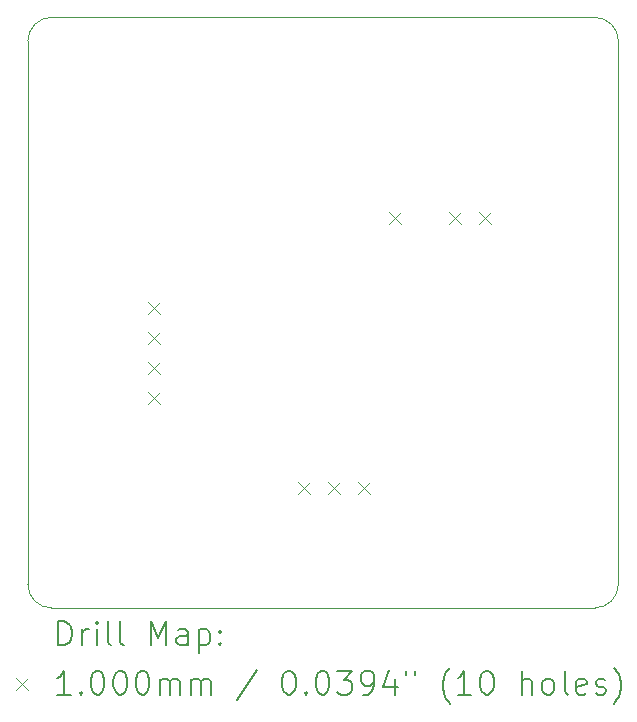
<source format=gbr>
%TF.GenerationSoftware,KiCad,Pcbnew,8.0.6*%
%TF.CreationDate,2024-12-20T03:38:10-05:00*%
%TF.ProjectId,MAX5719_breakout,4d415835-3731-4395-9f62-7265616b6f75,rev?*%
%TF.SameCoordinates,Original*%
%TF.FileFunction,Drillmap*%
%TF.FilePolarity,Positive*%
%FSLAX45Y45*%
G04 Gerber Fmt 4.5, Leading zero omitted, Abs format (unit mm)*
G04 Created by KiCad (PCBNEW 8.0.6) date 2024-12-20 03:38:10*
%MOMM*%
%LPD*%
G01*
G04 APERTURE LIST*
%ADD10C,0.050000*%
%ADD11C,0.200000*%
%ADD12C,0.100000*%
G04 APERTURE END LIST*
D10*
X18375000Y-13400000D02*
G75*
G02*
X18175000Y-13600000I-200000J0D01*
G01*
X13375000Y-8800000D02*
G75*
G02*
X13575000Y-8600000I200000J0D01*
G01*
X18375000Y-13400000D02*
X18375000Y-8800000D01*
X18175000Y-8600000D02*
G75*
G02*
X18375000Y-8800000I0J-200000D01*
G01*
X13575000Y-13600000D02*
X18175000Y-13600000D01*
X13575000Y-8600000D02*
X18175000Y-8600000D01*
X13375000Y-13400000D02*
X13375000Y-8800000D01*
X13575000Y-13600000D02*
G75*
G02*
X13375000Y-13400000I0J200000D01*
G01*
D11*
D12*
X14389900Y-11011700D02*
X14489900Y-11111700D01*
X14489900Y-11011700D02*
X14389900Y-11111700D01*
X14389900Y-11265700D02*
X14489900Y-11365700D01*
X14489900Y-11265700D02*
X14389900Y-11365700D01*
X14389900Y-11519700D02*
X14489900Y-11619700D01*
X14489900Y-11519700D02*
X14389900Y-11619700D01*
X14389900Y-11773700D02*
X14489900Y-11873700D01*
X14489900Y-11773700D02*
X14389900Y-11873700D01*
X15659900Y-12535700D02*
X15759900Y-12635700D01*
X15759900Y-12535700D02*
X15659900Y-12635700D01*
X15913900Y-12535700D02*
X16013900Y-12635700D01*
X16013900Y-12535700D02*
X15913900Y-12635700D01*
X16167900Y-12535700D02*
X16267900Y-12635700D01*
X16267900Y-12535700D02*
X16167900Y-12635700D01*
X16432000Y-10251000D02*
X16532000Y-10351000D01*
X16532000Y-10251000D02*
X16432000Y-10351000D01*
X16940000Y-10251000D02*
X17040000Y-10351000D01*
X17040000Y-10251000D02*
X16940000Y-10351000D01*
X17194000Y-10251000D02*
X17294000Y-10351000D01*
X17294000Y-10251000D02*
X17194000Y-10351000D01*
D11*
X13633277Y-13913984D02*
X13633277Y-13713984D01*
X13633277Y-13713984D02*
X13680896Y-13713984D01*
X13680896Y-13713984D02*
X13709467Y-13723508D01*
X13709467Y-13723508D02*
X13728515Y-13742555D01*
X13728515Y-13742555D02*
X13738039Y-13761603D01*
X13738039Y-13761603D02*
X13747562Y-13799698D01*
X13747562Y-13799698D02*
X13747562Y-13828269D01*
X13747562Y-13828269D02*
X13738039Y-13866365D01*
X13738039Y-13866365D02*
X13728515Y-13885412D01*
X13728515Y-13885412D02*
X13709467Y-13904460D01*
X13709467Y-13904460D02*
X13680896Y-13913984D01*
X13680896Y-13913984D02*
X13633277Y-13913984D01*
X13833277Y-13913984D02*
X13833277Y-13780650D01*
X13833277Y-13818746D02*
X13842801Y-13799698D01*
X13842801Y-13799698D02*
X13852324Y-13790174D01*
X13852324Y-13790174D02*
X13871372Y-13780650D01*
X13871372Y-13780650D02*
X13890420Y-13780650D01*
X13957086Y-13913984D02*
X13957086Y-13780650D01*
X13957086Y-13713984D02*
X13947562Y-13723508D01*
X13947562Y-13723508D02*
X13957086Y-13733031D01*
X13957086Y-13733031D02*
X13966610Y-13723508D01*
X13966610Y-13723508D02*
X13957086Y-13713984D01*
X13957086Y-13713984D02*
X13957086Y-13733031D01*
X14080896Y-13913984D02*
X14061848Y-13904460D01*
X14061848Y-13904460D02*
X14052324Y-13885412D01*
X14052324Y-13885412D02*
X14052324Y-13713984D01*
X14185658Y-13913984D02*
X14166610Y-13904460D01*
X14166610Y-13904460D02*
X14157086Y-13885412D01*
X14157086Y-13885412D02*
X14157086Y-13713984D01*
X14414229Y-13913984D02*
X14414229Y-13713984D01*
X14414229Y-13713984D02*
X14480896Y-13856841D01*
X14480896Y-13856841D02*
X14547562Y-13713984D01*
X14547562Y-13713984D02*
X14547562Y-13913984D01*
X14728515Y-13913984D02*
X14728515Y-13809222D01*
X14728515Y-13809222D02*
X14718991Y-13790174D01*
X14718991Y-13790174D02*
X14699943Y-13780650D01*
X14699943Y-13780650D02*
X14661848Y-13780650D01*
X14661848Y-13780650D02*
X14642801Y-13790174D01*
X14728515Y-13904460D02*
X14709467Y-13913984D01*
X14709467Y-13913984D02*
X14661848Y-13913984D01*
X14661848Y-13913984D02*
X14642801Y-13904460D01*
X14642801Y-13904460D02*
X14633277Y-13885412D01*
X14633277Y-13885412D02*
X14633277Y-13866365D01*
X14633277Y-13866365D02*
X14642801Y-13847317D01*
X14642801Y-13847317D02*
X14661848Y-13837793D01*
X14661848Y-13837793D02*
X14709467Y-13837793D01*
X14709467Y-13837793D02*
X14728515Y-13828269D01*
X14823753Y-13780650D02*
X14823753Y-13980650D01*
X14823753Y-13790174D02*
X14842801Y-13780650D01*
X14842801Y-13780650D02*
X14880896Y-13780650D01*
X14880896Y-13780650D02*
X14899943Y-13790174D01*
X14899943Y-13790174D02*
X14909467Y-13799698D01*
X14909467Y-13799698D02*
X14918991Y-13818746D01*
X14918991Y-13818746D02*
X14918991Y-13875888D01*
X14918991Y-13875888D02*
X14909467Y-13894936D01*
X14909467Y-13894936D02*
X14899943Y-13904460D01*
X14899943Y-13904460D02*
X14880896Y-13913984D01*
X14880896Y-13913984D02*
X14842801Y-13913984D01*
X14842801Y-13913984D02*
X14823753Y-13904460D01*
X15004705Y-13894936D02*
X15014229Y-13904460D01*
X15014229Y-13904460D02*
X15004705Y-13913984D01*
X15004705Y-13913984D02*
X14995182Y-13904460D01*
X14995182Y-13904460D02*
X15004705Y-13894936D01*
X15004705Y-13894936D02*
X15004705Y-13913984D01*
X15004705Y-13790174D02*
X15014229Y-13799698D01*
X15014229Y-13799698D02*
X15004705Y-13809222D01*
X15004705Y-13809222D02*
X14995182Y-13799698D01*
X14995182Y-13799698D02*
X15004705Y-13790174D01*
X15004705Y-13790174D02*
X15004705Y-13809222D01*
D12*
X13272500Y-14192500D02*
X13372500Y-14292500D01*
X13372500Y-14192500D02*
X13272500Y-14292500D01*
D11*
X13738039Y-14333984D02*
X13623753Y-14333984D01*
X13680896Y-14333984D02*
X13680896Y-14133984D01*
X13680896Y-14133984D02*
X13661848Y-14162555D01*
X13661848Y-14162555D02*
X13642801Y-14181603D01*
X13642801Y-14181603D02*
X13623753Y-14191127D01*
X13823753Y-14314936D02*
X13833277Y-14324460D01*
X13833277Y-14324460D02*
X13823753Y-14333984D01*
X13823753Y-14333984D02*
X13814229Y-14324460D01*
X13814229Y-14324460D02*
X13823753Y-14314936D01*
X13823753Y-14314936D02*
X13823753Y-14333984D01*
X13957086Y-14133984D02*
X13976134Y-14133984D01*
X13976134Y-14133984D02*
X13995182Y-14143508D01*
X13995182Y-14143508D02*
X14004705Y-14153031D01*
X14004705Y-14153031D02*
X14014229Y-14172079D01*
X14014229Y-14172079D02*
X14023753Y-14210174D01*
X14023753Y-14210174D02*
X14023753Y-14257793D01*
X14023753Y-14257793D02*
X14014229Y-14295888D01*
X14014229Y-14295888D02*
X14004705Y-14314936D01*
X14004705Y-14314936D02*
X13995182Y-14324460D01*
X13995182Y-14324460D02*
X13976134Y-14333984D01*
X13976134Y-14333984D02*
X13957086Y-14333984D01*
X13957086Y-14333984D02*
X13938039Y-14324460D01*
X13938039Y-14324460D02*
X13928515Y-14314936D01*
X13928515Y-14314936D02*
X13918991Y-14295888D01*
X13918991Y-14295888D02*
X13909467Y-14257793D01*
X13909467Y-14257793D02*
X13909467Y-14210174D01*
X13909467Y-14210174D02*
X13918991Y-14172079D01*
X13918991Y-14172079D02*
X13928515Y-14153031D01*
X13928515Y-14153031D02*
X13938039Y-14143508D01*
X13938039Y-14143508D02*
X13957086Y-14133984D01*
X14147562Y-14133984D02*
X14166610Y-14133984D01*
X14166610Y-14133984D02*
X14185658Y-14143508D01*
X14185658Y-14143508D02*
X14195182Y-14153031D01*
X14195182Y-14153031D02*
X14204705Y-14172079D01*
X14204705Y-14172079D02*
X14214229Y-14210174D01*
X14214229Y-14210174D02*
X14214229Y-14257793D01*
X14214229Y-14257793D02*
X14204705Y-14295888D01*
X14204705Y-14295888D02*
X14195182Y-14314936D01*
X14195182Y-14314936D02*
X14185658Y-14324460D01*
X14185658Y-14324460D02*
X14166610Y-14333984D01*
X14166610Y-14333984D02*
X14147562Y-14333984D01*
X14147562Y-14333984D02*
X14128515Y-14324460D01*
X14128515Y-14324460D02*
X14118991Y-14314936D01*
X14118991Y-14314936D02*
X14109467Y-14295888D01*
X14109467Y-14295888D02*
X14099943Y-14257793D01*
X14099943Y-14257793D02*
X14099943Y-14210174D01*
X14099943Y-14210174D02*
X14109467Y-14172079D01*
X14109467Y-14172079D02*
X14118991Y-14153031D01*
X14118991Y-14153031D02*
X14128515Y-14143508D01*
X14128515Y-14143508D02*
X14147562Y-14133984D01*
X14338039Y-14133984D02*
X14357086Y-14133984D01*
X14357086Y-14133984D02*
X14376134Y-14143508D01*
X14376134Y-14143508D02*
X14385658Y-14153031D01*
X14385658Y-14153031D02*
X14395182Y-14172079D01*
X14395182Y-14172079D02*
X14404705Y-14210174D01*
X14404705Y-14210174D02*
X14404705Y-14257793D01*
X14404705Y-14257793D02*
X14395182Y-14295888D01*
X14395182Y-14295888D02*
X14385658Y-14314936D01*
X14385658Y-14314936D02*
X14376134Y-14324460D01*
X14376134Y-14324460D02*
X14357086Y-14333984D01*
X14357086Y-14333984D02*
X14338039Y-14333984D01*
X14338039Y-14333984D02*
X14318991Y-14324460D01*
X14318991Y-14324460D02*
X14309467Y-14314936D01*
X14309467Y-14314936D02*
X14299943Y-14295888D01*
X14299943Y-14295888D02*
X14290420Y-14257793D01*
X14290420Y-14257793D02*
X14290420Y-14210174D01*
X14290420Y-14210174D02*
X14299943Y-14172079D01*
X14299943Y-14172079D02*
X14309467Y-14153031D01*
X14309467Y-14153031D02*
X14318991Y-14143508D01*
X14318991Y-14143508D02*
X14338039Y-14133984D01*
X14490420Y-14333984D02*
X14490420Y-14200650D01*
X14490420Y-14219698D02*
X14499943Y-14210174D01*
X14499943Y-14210174D02*
X14518991Y-14200650D01*
X14518991Y-14200650D02*
X14547563Y-14200650D01*
X14547563Y-14200650D02*
X14566610Y-14210174D01*
X14566610Y-14210174D02*
X14576134Y-14229222D01*
X14576134Y-14229222D02*
X14576134Y-14333984D01*
X14576134Y-14229222D02*
X14585658Y-14210174D01*
X14585658Y-14210174D02*
X14604705Y-14200650D01*
X14604705Y-14200650D02*
X14633277Y-14200650D01*
X14633277Y-14200650D02*
X14652324Y-14210174D01*
X14652324Y-14210174D02*
X14661848Y-14229222D01*
X14661848Y-14229222D02*
X14661848Y-14333984D01*
X14757086Y-14333984D02*
X14757086Y-14200650D01*
X14757086Y-14219698D02*
X14766610Y-14210174D01*
X14766610Y-14210174D02*
X14785658Y-14200650D01*
X14785658Y-14200650D02*
X14814229Y-14200650D01*
X14814229Y-14200650D02*
X14833277Y-14210174D01*
X14833277Y-14210174D02*
X14842801Y-14229222D01*
X14842801Y-14229222D02*
X14842801Y-14333984D01*
X14842801Y-14229222D02*
X14852324Y-14210174D01*
X14852324Y-14210174D02*
X14871372Y-14200650D01*
X14871372Y-14200650D02*
X14899943Y-14200650D01*
X14899943Y-14200650D02*
X14918991Y-14210174D01*
X14918991Y-14210174D02*
X14928515Y-14229222D01*
X14928515Y-14229222D02*
X14928515Y-14333984D01*
X15318991Y-14124460D02*
X15147563Y-14381603D01*
X15576134Y-14133984D02*
X15595182Y-14133984D01*
X15595182Y-14133984D02*
X15614229Y-14143508D01*
X15614229Y-14143508D02*
X15623753Y-14153031D01*
X15623753Y-14153031D02*
X15633277Y-14172079D01*
X15633277Y-14172079D02*
X15642801Y-14210174D01*
X15642801Y-14210174D02*
X15642801Y-14257793D01*
X15642801Y-14257793D02*
X15633277Y-14295888D01*
X15633277Y-14295888D02*
X15623753Y-14314936D01*
X15623753Y-14314936D02*
X15614229Y-14324460D01*
X15614229Y-14324460D02*
X15595182Y-14333984D01*
X15595182Y-14333984D02*
X15576134Y-14333984D01*
X15576134Y-14333984D02*
X15557086Y-14324460D01*
X15557086Y-14324460D02*
X15547563Y-14314936D01*
X15547563Y-14314936D02*
X15538039Y-14295888D01*
X15538039Y-14295888D02*
X15528515Y-14257793D01*
X15528515Y-14257793D02*
X15528515Y-14210174D01*
X15528515Y-14210174D02*
X15538039Y-14172079D01*
X15538039Y-14172079D02*
X15547563Y-14153031D01*
X15547563Y-14153031D02*
X15557086Y-14143508D01*
X15557086Y-14143508D02*
X15576134Y-14133984D01*
X15728515Y-14314936D02*
X15738039Y-14324460D01*
X15738039Y-14324460D02*
X15728515Y-14333984D01*
X15728515Y-14333984D02*
X15718991Y-14324460D01*
X15718991Y-14324460D02*
X15728515Y-14314936D01*
X15728515Y-14314936D02*
X15728515Y-14333984D01*
X15861848Y-14133984D02*
X15880896Y-14133984D01*
X15880896Y-14133984D02*
X15899944Y-14143508D01*
X15899944Y-14143508D02*
X15909467Y-14153031D01*
X15909467Y-14153031D02*
X15918991Y-14172079D01*
X15918991Y-14172079D02*
X15928515Y-14210174D01*
X15928515Y-14210174D02*
X15928515Y-14257793D01*
X15928515Y-14257793D02*
X15918991Y-14295888D01*
X15918991Y-14295888D02*
X15909467Y-14314936D01*
X15909467Y-14314936D02*
X15899944Y-14324460D01*
X15899944Y-14324460D02*
X15880896Y-14333984D01*
X15880896Y-14333984D02*
X15861848Y-14333984D01*
X15861848Y-14333984D02*
X15842801Y-14324460D01*
X15842801Y-14324460D02*
X15833277Y-14314936D01*
X15833277Y-14314936D02*
X15823753Y-14295888D01*
X15823753Y-14295888D02*
X15814229Y-14257793D01*
X15814229Y-14257793D02*
X15814229Y-14210174D01*
X15814229Y-14210174D02*
X15823753Y-14172079D01*
X15823753Y-14172079D02*
X15833277Y-14153031D01*
X15833277Y-14153031D02*
X15842801Y-14143508D01*
X15842801Y-14143508D02*
X15861848Y-14133984D01*
X15995182Y-14133984D02*
X16118991Y-14133984D01*
X16118991Y-14133984D02*
X16052325Y-14210174D01*
X16052325Y-14210174D02*
X16080896Y-14210174D01*
X16080896Y-14210174D02*
X16099944Y-14219698D01*
X16099944Y-14219698D02*
X16109467Y-14229222D01*
X16109467Y-14229222D02*
X16118991Y-14248269D01*
X16118991Y-14248269D02*
X16118991Y-14295888D01*
X16118991Y-14295888D02*
X16109467Y-14314936D01*
X16109467Y-14314936D02*
X16099944Y-14324460D01*
X16099944Y-14324460D02*
X16080896Y-14333984D01*
X16080896Y-14333984D02*
X16023753Y-14333984D01*
X16023753Y-14333984D02*
X16004706Y-14324460D01*
X16004706Y-14324460D02*
X15995182Y-14314936D01*
X16214229Y-14333984D02*
X16252325Y-14333984D01*
X16252325Y-14333984D02*
X16271372Y-14324460D01*
X16271372Y-14324460D02*
X16280896Y-14314936D01*
X16280896Y-14314936D02*
X16299944Y-14286365D01*
X16299944Y-14286365D02*
X16309467Y-14248269D01*
X16309467Y-14248269D02*
X16309467Y-14172079D01*
X16309467Y-14172079D02*
X16299944Y-14153031D01*
X16299944Y-14153031D02*
X16290420Y-14143508D01*
X16290420Y-14143508D02*
X16271372Y-14133984D01*
X16271372Y-14133984D02*
X16233277Y-14133984D01*
X16233277Y-14133984D02*
X16214229Y-14143508D01*
X16214229Y-14143508D02*
X16204706Y-14153031D01*
X16204706Y-14153031D02*
X16195182Y-14172079D01*
X16195182Y-14172079D02*
X16195182Y-14219698D01*
X16195182Y-14219698D02*
X16204706Y-14238746D01*
X16204706Y-14238746D02*
X16214229Y-14248269D01*
X16214229Y-14248269D02*
X16233277Y-14257793D01*
X16233277Y-14257793D02*
X16271372Y-14257793D01*
X16271372Y-14257793D02*
X16290420Y-14248269D01*
X16290420Y-14248269D02*
X16299944Y-14238746D01*
X16299944Y-14238746D02*
X16309467Y-14219698D01*
X16480896Y-14200650D02*
X16480896Y-14333984D01*
X16433277Y-14124460D02*
X16385658Y-14267317D01*
X16385658Y-14267317D02*
X16509467Y-14267317D01*
X16576134Y-14133984D02*
X16576134Y-14172079D01*
X16652325Y-14133984D02*
X16652325Y-14172079D01*
X16947563Y-14410174D02*
X16938039Y-14400650D01*
X16938039Y-14400650D02*
X16918991Y-14372079D01*
X16918991Y-14372079D02*
X16909468Y-14353031D01*
X16909468Y-14353031D02*
X16899944Y-14324460D01*
X16899944Y-14324460D02*
X16890420Y-14276841D01*
X16890420Y-14276841D02*
X16890420Y-14238746D01*
X16890420Y-14238746D02*
X16899944Y-14191127D01*
X16899944Y-14191127D02*
X16909468Y-14162555D01*
X16909468Y-14162555D02*
X16918991Y-14143508D01*
X16918991Y-14143508D02*
X16938039Y-14114936D01*
X16938039Y-14114936D02*
X16947563Y-14105412D01*
X17128515Y-14333984D02*
X17014230Y-14333984D01*
X17071372Y-14333984D02*
X17071372Y-14133984D01*
X17071372Y-14133984D02*
X17052325Y-14162555D01*
X17052325Y-14162555D02*
X17033277Y-14181603D01*
X17033277Y-14181603D02*
X17014230Y-14191127D01*
X17252325Y-14133984D02*
X17271372Y-14133984D01*
X17271372Y-14133984D02*
X17290420Y-14143508D01*
X17290420Y-14143508D02*
X17299944Y-14153031D01*
X17299944Y-14153031D02*
X17309468Y-14172079D01*
X17309468Y-14172079D02*
X17318991Y-14210174D01*
X17318991Y-14210174D02*
X17318991Y-14257793D01*
X17318991Y-14257793D02*
X17309468Y-14295888D01*
X17309468Y-14295888D02*
X17299944Y-14314936D01*
X17299944Y-14314936D02*
X17290420Y-14324460D01*
X17290420Y-14324460D02*
X17271372Y-14333984D01*
X17271372Y-14333984D02*
X17252325Y-14333984D01*
X17252325Y-14333984D02*
X17233277Y-14324460D01*
X17233277Y-14324460D02*
X17223753Y-14314936D01*
X17223753Y-14314936D02*
X17214230Y-14295888D01*
X17214230Y-14295888D02*
X17204706Y-14257793D01*
X17204706Y-14257793D02*
X17204706Y-14210174D01*
X17204706Y-14210174D02*
X17214230Y-14172079D01*
X17214230Y-14172079D02*
X17223753Y-14153031D01*
X17223753Y-14153031D02*
X17233277Y-14143508D01*
X17233277Y-14143508D02*
X17252325Y-14133984D01*
X17557087Y-14333984D02*
X17557087Y-14133984D01*
X17642801Y-14333984D02*
X17642801Y-14229222D01*
X17642801Y-14229222D02*
X17633277Y-14210174D01*
X17633277Y-14210174D02*
X17614230Y-14200650D01*
X17614230Y-14200650D02*
X17585658Y-14200650D01*
X17585658Y-14200650D02*
X17566611Y-14210174D01*
X17566611Y-14210174D02*
X17557087Y-14219698D01*
X17766611Y-14333984D02*
X17747563Y-14324460D01*
X17747563Y-14324460D02*
X17738039Y-14314936D01*
X17738039Y-14314936D02*
X17728515Y-14295888D01*
X17728515Y-14295888D02*
X17728515Y-14238746D01*
X17728515Y-14238746D02*
X17738039Y-14219698D01*
X17738039Y-14219698D02*
X17747563Y-14210174D01*
X17747563Y-14210174D02*
X17766611Y-14200650D01*
X17766611Y-14200650D02*
X17795182Y-14200650D01*
X17795182Y-14200650D02*
X17814230Y-14210174D01*
X17814230Y-14210174D02*
X17823753Y-14219698D01*
X17823753Y-14219698D02*
X17833277Y-14238746D01*
X17833277Y-14238746D02*
X17833277Y-14295888D01*
X17833277Y-14295888D02*
X17823753Y-14314936D01*
X17823753Y-14314936D02*
X17814230Y-14324460D01*
X17814230Y-14324460D02*
X17795182Y-14333984D01*
X17795182Y-14333984D02*
X17766611Y-14333984D01*
X17947563Y-14333984D02*
X17928515Y-14324460D01*
X17928515Y-14324460D02*
X17918992Y-14305412D01*
X17918992Y-14305412D02*
X17918992Y-14133984D01*
X18099944Y-14324460D02*
X18080896Y-14333984D01*
X18080896Y-14333984D02*
X18042801Y-14333984D01*
X18042801Y-14333984D02*
X18023753Y-14324460D01*
X18023753Y-14324460D02*
X18014230Y-14305412D01*
X18014230Y-14305412D02*
X18014230Y-14229222D01*
X18014230Y-14229222D02*
X18023753Y-14210174D01*
X18023753Y-14210174D02*
X18042801Y-14200650D01*
X18042801Y-14200650D02*
X18080896Y-14200650D01*
X18080896Y-14200650D02*
X18099944Y-14210174D01*
X18099944Y-14210174D02*
X18109468Y-14229222D01*
X18109468Y-14229222D02*
X18109468Y-14248269D01*
X18109468Y-14248269D02*
X18014230Y-14267317D01*
X18185658Y-14324460D02*
X18204706Y-14333984D01*
X18204706Y-14333984D02*
X18242801Y-14333984D01*
X18242801Y-14333984D02*
X18261849Y-14324460D01*
X18261849Y-14324460D02*
X18271373Y-14305412D01*
X18271373Y-14305412D02*
X18271373Y-14295888D01*
X18271373Y-14295888D02*
X18261849Y-14276841D01*
X18261849Y-14276841D02*
X18242801Y-14267317D01*
X18242801Y-14267317D02*
X18214230Y-14267317D01*
X18214230Y-14267317D02*
X18195182Y-14257793D01*
X18195182Y-14257793D02*
X18185658Y-14238746D01*
X18185658Y-14238746D02*
X18185658Y-14229222D01*
X18185658Y-14229222D02*
X18195182Y-14210174D01*
X18195182Y-14210174D02*
X18214230Y-14200650D01*
X18214230Y-14200650D02*
X18242801Y-14200650D01*
X18242801Y-14200650D02*
X18261849Y-14210174D01*
X18338039Y-14410174D02*
X18347563Y-14400650D01*
X18347563Y-14400650D02*
X18366611Y-14372079D01*
X18366611Y-14372079D02*
X18376134Y-14353031D01*
X18376134Y-14353031D02*
X18385658Y-14324460D01*
X18385658Y-14324460D02*
X18395182Y-14276841D01*
X18395182Y-14276841D02*
X18395182Y-14238746D01*
X18395182Y-14238746D02*
X18385658Y-14191127D01*
X18385658Y-14191127D02*
X18376134Y-14162555D01*
X18376134Y-14162555D02*
X18366611Y-14143508D01*
X18366611Y-14143508D02*
X18347563Y-14114936D01*
X18347563Y-14114936D02*
X18338039Y-14105412D01*
M02*

</source>
